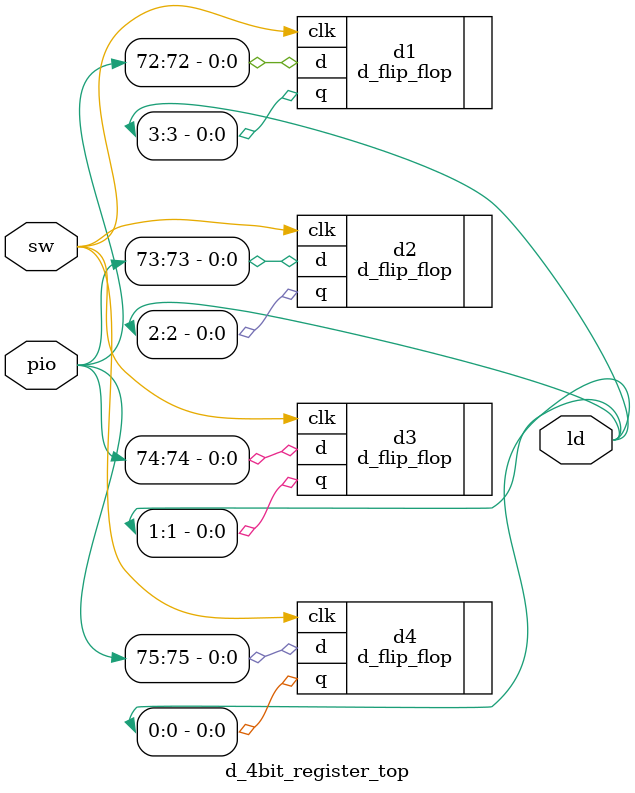
<source format=v>
module rs_latch_top(
    input [72:73] pio,
    output [0:1] ld
    );
	 
    // RS Latch
    rs_latch rs (.r(pio[72]), .s(pio[73]),
            .q(ld[0]), .not_q(ld[1]));	 
endmodule


// D latch test top module
module d_latch_top(
    input [0:0] sw,
    input [72:72] pio,
    output [0:1] ld
    );

    d_latch d (.clk(sw[0]), .d(pio[72]),
            .q(ld[0]), .not_q(ld[1]));
endmodule

// D flip-flop test top module
module d_flip_flop_top(
    input [0:0] sw,
    input [72:72] pio,
    output [0:1] ld
    );

    d_flip_flop d (.clk(sw[0]), .d(pio[72]),
            .q(ld[0]), .not_q(ld[1]));
endmodule

// 4-bit register with 4 D flip-flops test top module
module d_4bit_register_top(
    input [0:0] sw,
    input [72:75] pio,
    output [0:3] ld
    );

    d_flip_flop d1 (.clk(sw[0]), .d(pio[72]), .q(ld[3]));
    d_flip_flop d2 (.clk(sw[0]), .d(pio[73]), .q(ld[2]));
	 d_flip_flop d3 (.clk(sw[0]), .d(pio[74]), .q(ld[1]));
	 d_flip_flop d4 (.clk(sw[0]), .d(pio[75]), .q(ld[0]));

endmodule

</source>
